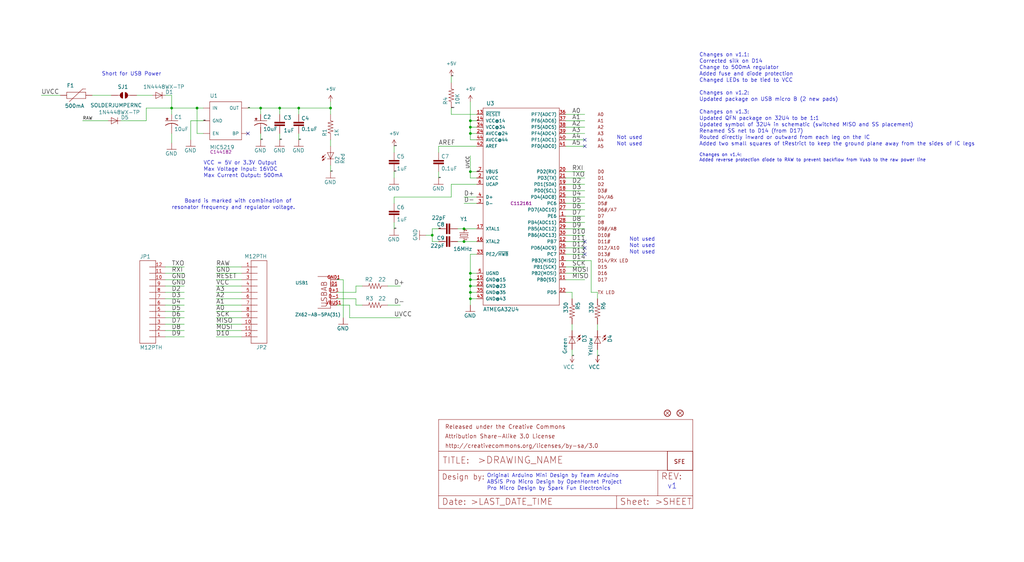
<source format=kicad_sch>
(kicad_sch (version 20231120) (generator "eeschema") (generator_version "8.0")
  (paper "User" 409.194 224.688)
  (lib_symbols
    (symbol "ABSIS_Pro_Micro-rescue:ATMEGA32U4OUTFAKES-SparkFun_Pro_Micro-eagle-import" (pin_names (offset 1.016))
      (property "Value" "ATMEGA32U4OUTFAKES-SparkFun_Pro_Micro-eagle-import" (at -15.24 -43.18 0))
      (symbol "ATMEGA32U4OUTFAKES-SparkFun_Pro_Micro-eagle-import_1_0"
        (text "A0" (at 30.48 34.798 0) (effects (font (size 1.2954 1.2954)) (justify left bottom)))
        (text "A1" (at 30.48 32.258 0) (effects (font (size 1.2954 1.2954)) (justify left bottom)))
        (text "A2" (at 30.48 29.718 0) (effects (font (size 1.2954 1.2954)) (justify left bottom)))
        (text "A3" (at 30.48 27.178 0) (effects (font (size 1.2954 1.2954)) (justify left bottom)))
        (text "A4" (at 30.48 24.638 0) (effects (font (size 1.2954 1.2954)) (justify left bottom)))
        (text "A5" (at 30.48 22.098 0) (effects (font (size 1.2954 1.2954)) (justify left bottom)))
        (text "D0" (at 30.48 11.938 0) (effects (font (size 1.2954 1.2954)) (justify left bottom)))
        (text "D1" (at 30.48 9.398 0) (effects (font (size 1.2954 1.2954)) (justify left bottom)))
        (text "D10#" (at 30.48 -13.462 0) (effects (font (size 1.2954 1.2954)) (justify left bottom)))
        (text "D11#" (at 30.48 -16.002 0) (effects (font (size 1.2954 1.2954)) (justify left bottom)))
        (text "D12/A10" (at 30.48 -18.542 0) (effects (font (size 1.2954 1.2954)) (justify left bottom)))
        (text "D13#" (at 30.48 -21.082 0) (effects (font (size 1.2954 1.2954)) (justify left bottom)))
        (text "D14/RX LED" (at 30.48 -23.622 0) (effects (font (size 1.2954 1.2954)) (justify left bottom)))
        (text "D15" (at 30.48 -26.162 0) (effects (font (size 1.2954 1.2954)) (justify left bottom)))
        (text "D16" (at 30.48 -28.702 0) (effects (font (size 1.2954 1.2954)) (justify left bottom)))
        (text "D17" (at 30.48 -31.242 0) (effects (font (size 1.2954 1.2954)) (justify left bottom)))
        (text "D2" (at 30.48 6.858 0) (effects (font (size 1.2954 1.2954)) (justify left bottom)))
        (text "D3#" (at 30.48 4.318 0) (effects (font (size 1.2954 1.2954)) (justify left bottom)))
        (text "D4/A6" (at 30.48 1.778 0) (effects (font (size 1.2954 1.2954)) (justify left bottom)))
        (text "D5#" (at 30.48 -0.762 0) (effects (font (size 1.2954 1.2954)) (justify left bottom)))
        (text "D6#/A7" (at 30.48 -3.302 0) (effects (font (size 1.2954 1.2954)) (justify left bottom)))
        (text "D7" (at 30.48 -5.842 0) (effects (font (size 1.2954 1.2954)) (justify left bottom)))
        (text "D8" (at 30.48 -8.382 0) (effects (font (size 1.2954 1.2954)) (justify left bottom)))
        (text "D9#/A8" (at 30.48 -10.922 0) (effects (font (size 1.2954 1.2954)) (justify left bottom)))
        (text "TX LED" (at 30.48 -36.322 0) (effects (font (size 1.2954 1.2954)) (justify left bottom)))
        (pin bidirectional line (at 17.78 -5.08 180) (length 2.54) (name "PE6") (number "1"))
        (pin bidirectional line (at 17.78 -27.94 180) (length 2.54) (name "PB2(MOSI)") (number "10"))
        (pin bidirectional line (at 17.78 -30.48 180) (length 2.54) (name "PB0(SS)") (number "11"))
        (pin bidirectional line (at 17.78 -15.24 180) (length 2.54) (name "PB7") (number "12"))
        (pin bidirectional line (at -17.78 35.56 0) (length 2.54) (name "~{RESET}") (number "13"))
        (pin bidirectional line (at -17.78 33.02 0) (length 2.54) (name "VCC@14") (number "14"))
        (pin bidirectional line (at -17.78 -30.48 0) (length 2.54) (name "GND@15") (number "15"))
        (pin bidirectional line (at -17.78 -15.24 0) (length 2.54) (name "XTAL2") (number "16"))
        (pin bidirectional line (at -17.78 -10.16 0) (length 2.54) (name "XTAL1") (number "17"))
        (pin bidirectional line (at 17.78 5.08 180) (length 2.54) (name "PD0(SCL)") (number "18"))
        (pin bidirectional line (at 17.78 7.62 180) (length 2.54) (name "PD1(SDA)") (number "19"))
        (pin bidirectional line (at -17.78 10.16 0) (length 2.54) (name "UVCC") (number "2"))
        (pin bidirectional line (at 17.78 12.7 180) (length 2.54) (name "PD2(RX)") (number "20"))
        (pin bidirectional line (at 17.78 10.16 180) (length 2.54) (name "PD3(TX)") (number "21"))
        (pin bidirectional line (at 17.78 -35.56 180) (length 2.54) (name "PD5") (number "22"))
        (pin bidirectional line (at -17.78 -33.02 0) (length 2.54) (name "GND@23") (number "23"))
        (pin bidirectional line (at -17.78 27.94 0) (length 2.54) (name "AVCC@24") (number "24"))
        (pin bidirectional line (at 17.78 2.54 180) (length 2.54) (name "PD4(ADC8)") (number "25"))
        (pin bidirectional line (at 17.78 -17.78 180) (length 2.54) (name "PD6(ADC9)") (number "26"))
        (pin bidirectional line (at 17.78 -2.54 180) (length 2.54) (name "PD7(ADC10)") (number "27"))
        (pin bidirectional line (at 17.78 -7.62 180) (length 2.54) (name "PB4(ADC11)") (number "28"))
        (pin bidirectional line (at 17.78 -10.16 180) (length 2.54) (name "PB5(ADC12)") (number "29"))
        (pin bidirectional line (at -17.78 0 0) (length 2.54) (name "D-") (number "3"))
        (pin bidirectional line (at 17.78 -12.7 180) (length 2.54) (name "PB6(ADC13)") (number "30"))
        (pin bidirectional line (at 17.78 0 180) (length 2.54) (name "PC6") (number "31"))
        (pin bidirectional line (at 17.78 -20.32 180) (length 2.54) (name "PC7") (number "32"))
        (pin bidirectional line (at -17.78 -20.32 0) (length 2.54) (name "PE2/~{HWB}") (number "33"))
        (pin bidirectional line (at -17.78 30.48 0) (length 2.54) (name "VCC@34") (number "34"))
        (pin bidirectional line (at -17.78 -35.56 0) (length 2.54) (name "GND@35") (number "35"))
        (pin bidirectional line (at 17.78 35.56 180) (length 2.54) (name "PF7(ADC7)") (number "36"))
        (pin bidirectional line (at 17.78 33.02 180) (length 2.54) (name "PF6(ADC6)") (number "37"))
        (pin bidirectional line (at 17.78 30.48 180) (length 2.54) (name "PF5(ADC5)") (number "38"))
        (pin bidirectional line (at 17.78 27.94 180) (length 2.54) (name "PF4(ADC4)") (number "39"))
        (pin bidirectional line (at -17.78 2.54 0) (length 2.54) (name "D+") (number "4"))
        (pin bidirectional line (at 17.78 25.4 180) (length 2.54) (name "PF1(ADC1)") (number "40"))
        (pin bidirectional line (at 17.78 22.86 180) (length 2.54) (name "PF0(ADC0)") (number "41"))
        (pin bidirectional line (at -17.78 22.86 0) (length 2.54) (name "AREF") (number "42"))
        (pin bidirectional line (at -17.78 -38.1 0) (length 2.54) (name "GND@43") (number "43"))
        (pin bidirectional line (at -17.78 25.4 0) (length 2.54) (name "AVCC@44") (number "44"))
        (pin bidirectional line (at -17.78 -27.94 0) (length 2.54) (name "UGND") (number "5"))
        (pin bidirectional line (at -17.78 7.62 0) (length 2.54) (name "UCAP") (number "6"))
        (pin bidirectional line (at -17.78 12.7 0) (length 2.54) (name "VBUS") (number "7"))
        (pin bidirectional line (at 17.78 -22.86 180) (length 2.54) (name "PB3(MISO)") (number "8"))
        (pin bidirectional line (at 17.78 -25.4 180) (length 2.54) (name "PB1(SCK)") (number "9"))
      )
    )
    (symbol "ABSIS_Pro_Micro-rescue:CAP0603-CAP-SparkFun_Pro_Micro-eagle-import" (pin_names (offset 1.016))
      (property "Reference" "C" (at 1.524 2.921 0))
      (property "Value" "CAP0603-CAP-SparkFun_Pro_Micro-eagle-import" (at 1.524 -2.159 0))
      (symbol "CAP0603-CAP-SparkFun_Pro_Micro-eagle-import_1_0"
        (pin passive line (at 0 5.08 270) (length 2.54) (name "1") (number "1"))
        (pin passive line (at 0 -2.54 90) (length 2.54) (name "2") (number "2"))
      )
    )
    (symbol "ABSIS_Pro_Micro-rescue:CAP_POL1206-SparkFun_Pro_Micro-eagle-import" (pin_names (offset 1.016))
      (property "Reference" "C" (at 1.016 0.635 0))
      (property "Value" "CAP_POL1206-SparkFun_Pro_Micro-eagle-import" (at 1.016 -4.191 0))
      (symbol "CAP_POL1206-SparkFun_Pro_Micro-eagle-import_1_0"
        (pin passive line (at 0 2.54 270) (length 2.54) (name "+") (number "A"))
        (pin passive line (at 0 -5.08 90) (length 2.54) (name "-") (number "C"))
      )
    )
    (symbol "ABSIS_Pro_Micro-rescue:CRYSTAL5X3-SparkFun_Pro_Micro-eagle-import" (pin_names (offset 1.016))
      (property "Reference" "Y" (at 2.54 1.016 0))
      (property "Value" "CRYSTAL5X3-SparkFun_Pro_Micro-eagle-import" (at 2.54 -2.54 0))
      (symbol "CRYSTAL5X3-SparkFun_Pro_Micro-eagle-import_1_0"
        (text "1" (at -2.159 -1.143 0) (effects (font (size 0.7112 0.7112)) (justify left bottom)))
        (text "2" (at 1.524 -1.143 0) (effects (font (size 0.7112 0.7112)) (justify left bottom)))
        (pin passive line (at -2.54 0 0) (length 0) (name "1") (number "1"))
        (pin passive line (at 2.54 0 180) (length 0) (name "2") (number "3"))
      )
    )
    (symbol "ABSIS_Pro_Micro-rescue:DIODESOD-SparkFun_Pro_Micro-eagle-import" (pin_names (offset 1.016))
      (property "Reference" "D" (at 2.54 0.4826 0))
      (property "Value" "DIODESOD-SparkFun_Pro_Micro-eagle-import" (at 2.54 -2.3114 0))
      (symbol "DIODESOD-SparkFun_Pro_Micro-eagle-import_1_0"
        (pin passive line (at 2.54 0 180) (length 2.54) (name "C") (number "1"))
        (pin passive line (at -2.54 0 0) (length 2.54) (name "A") (number "2"))
      )
    )
    (symbol "ABSIS_Pro_Micro-rescue:FIDUCIALUFIDUCIAL-SparkFun_Pro_Micro-eagle-import" (pin_names (offset 1.016)))
    (symbol "ABSIS_Pro_Micro-rescue:FRAME-LETTER-SparkFun_Pro_Micro-eagle-import" (pin_names (offset 1.016))
      (symbol "FRAME-LETTER-SparkFun_Pro_Micro-eagle-import_2_0"
        (text ">DRAWING_NAME" (at 15.494 17.78 0) (effects (font (size 2.7432 2.7432)) (justify left bottom)))
        (text ">LAST_DATE_TIME" (at 12.7 1.27 0) (effects (font (size 2.54 2.54)) (justify left bottom)))
        (text ">SHEET" (at 86.36 1.27 0) (effects (font (size 2.54 2.54)) (justify left bottom)))
        (text "Attribution Share-Alike 3.0 License" (at 2.54 27.94 0) (effects (font (size 1.6256 1.6256)) (justify left bottom)))
        (text "Date:" (at 1.27 1.27 0) (effects (font (size 2.54 2.54)) (justify left bottom)))
        (text "Design by:" (at 1.27 11.43 0) (effects (font (size 2.159 2.159)) (justify left bottom)))
        (text "http://creativecommons.org/licenses/by-sa/3.0" (at 2.54 24.13 0) (effects (font (size 1.6256 1.6256)) (justify left bottom)))
        (text "Released under the Creative Commons" (at 2.54 31.75 0) (effects (font (size 1.6256 1.6256)) (justify left bottom)))
        (text "REV:" (at 88.9 11.43 0) (effects (font (size 2.54 2.54)) (justify left bottom)))
        (text "Sheet:" (at 72.39 1.27 0) (effects (font (size 2.54 2.54)) (justify left bottom)))
        (text "TITLE:" (at 1.524 17.78 0) (effects (font (size 2.54 2.54)) (justify left bottom)))
      )
    )
    (symbol "ABSIS_Pro_Micro-rescue:GND-SparkFun_Pro_Micro-eagle-import" (power) (pin_names (offset 1.016))
      (property "Value" "GND-SparkFun_Pro_Micro-eagle-import" (at -2.54 -2.54 0))
      (symbol "GND-SparkFun_Pro_Micro-eagle-import_1_0"
        (pin power_in line (at 0 2.54 270) (length 2.54) (name "GND") (number "1"))
      )
    )
    (symbol "ABSIS_Pro_Micro-rescue:LED0603-SparkFun_Pro_Micro-eagle-import" (pin_names (offset 1.016))
      (property "Reference" "LED" (at 3.556 -4.572 90))
      (property "Value" "LED0603-SparkFun_Pro_Micro-eagle-import" (at 5.715 -4.572 90))
      (symbol "LED0603-SparkFun_Pro_Micro-eagle-import_1_0"
        (pin passive line (at 0 2.54 270) (length 2.54) (name "A") (number "A"))
        (pin passive line (at 0 -5.08 90) (length 2.54) (name "C") (number "C"))
      )
    )
    (symbol "ABSIS_Pro_Micro-rescue:LOGO-SFENEW-SparkFun_Pro_Micro-eagle-import" (pin_names (offset 1.016))
      (symbol "LOGO-SFENEW-SparkFun_Pro_Micro-eagle-import_1_0"
        (text "SFE" (at 0 0 0) (effects (font (size 1.6256 1.6256)) (justify left bottom)))
      )
    )
    (symbol "ABSIS_Pro_Micro-rescue:LOGO-SFESK-SparkFun_Pro_Micro-eagle-import" (pin_names (offset 1.016))
      (symbol "LOGO-SFESK-SparkFun_Pro_Micro-eagle-import_1_0"
        (text "SFE" (at 0 0 0) (effects (font (size 1.6256 1.6256)) (justify left bottom)))
      )
    )
    (symbol "ABSIS_Pro_Micro-rescue:M12PTH-SparkFun_Pro_Micro-eagle-import" (pin_names (offset 1.016))
      (property "Reference" "JP" (at 0 16.002 0))
      (property "Value" "M12PTH-SparkFun_Pro_Micro-eagle-import" (at 0 -20.32 0))
      (symbol "M12PTH-SparkFun_Pro_Micro-eagle-import_1_0"
        (pin passive line (at 10.16 -15.24 180) (length 5.08) (name "1") (number "1"))
        (pin passive line (at 10.16 7.62 180) (length 5.08) (name "10") (number "10"))
        (pin passive line (at 10.16 10.16 180) (length 5.08) (name "11") (number "11"))
        (pin passive line (at 10.16 12.7 180) (length 5.08) (name "12") (number "12"))
        (pin passive line (at 10.16 -12.7 180) (length 5.08) (name "2") (number "2"))
        (pin passive line (at 10.16 -10.16 180) (length 5.08) (name "3") (number "3"))
        (pin passive line (at 10.16 -7.62 180) (length 5.08) (name "4") (number "4"))
        (pin passive line (at 10.16 -5.08 180) (length 5.08) (name "5") (number "5"))
        (pin passive line (at 10.16 -2.54 180) (length 5.08) (name "6") (number "6"))
        (pin passive line (at 10.16 0 180) (length 5.08) (name "7") (number "7"))
        (pin passive line (at 10.16 2.54 180) (length 5.08) (name "8") (number "8"))
        (pin passive line (at 10.16 5.08 180) (length 5.08) (name "9") (number "9"))
      )
    )
    (symbol "ABSIS_Pro_Micro-rescue:PTCSMD-SparkFun_Pro_Micro-eagle-import" (pin_names (offset 1.016))
      (property "Reference" "F" (at -2.54 3.048 0))
      (property "Value" "PTCSMD-SparkFun_Pro_Micro-eagle-import" (at -3.302 -5.08 0))
      (symbol "PTCSMD-SparkFun_Pro_Micro-eagle-import_1_0"
        (pin bidirectional line (at -5.08 0 0) (length 2.54) (name "1") (number "1"))
        (pin bidirectional line (at 7.62 0 180) (length 2.54) (name "2") (number "2"))
      )
    )
    (symbol "ABSIS_Pro_Micro-rescue:RESISTOR0603-RES-SparkFun_Pro_Micro-eagle-import" (pin_names (offset 1.016))
      (property "Reference" "R" (at -3.81 1.4986 0))
      (property "Value" "RESISTOR0603-RES-SparkFun_Pro_Micro-eagle-import" (at -3.81 -3.302 0))
      (symbol "RESISTOR0603-RES-SparkFun_Pro_Micro-eagle-import_1_0"
        (pin passive line (at -5.08 0 0) (length 2.54) (name "1") (number "1"))
        (pin passive line (at 5.08 0 180) (length 2.54) (name "2") (number "2"))
      )
    )
    (symbol "ABSIS_Pro_Micro-rescue:SOLDERJUMPERNC-SparkFun_Pro_Micro-eagle-import" (pin_names (offset 1.016))
      (property "Reference" "SJ" (at -2.54 2.54 0))
      (property "Value" "SOLDERJUMPERNC-SparkFun_Pro_Micro-eagle-import" (at -2.54 -5.08 0))
      (symbol "SOLDERJUMPERNC-SparkFun_Pro_Micro-eagle-import_1_0"
        (pin passive line (at -5.08 0 0) (length 2.54) (name "1") (number "1"))
        (pin passive line (at 5.08 0 180) (length 2.54) (name "2") (number "2"))
      )
    )
    (symbol "ABSIS_Pro_Micro-rescue:USB-ABIN&OUT-SparkFun_Pro_Micro-eagle-import" (pin_names (offset 1.016))
      (symbol "USB-ABIN&OUT-SparkFun_Pro_Micro-eagle-import_1_0"
        (text "USBAB" (at 1.27 -6.096 900) (effects (font (size 2.159 2.159)) (justify left bottom)))
        (pin bidirectional line (at -5.08 0 0) (length 2.54) (name "D+") (number "D+1"))
        (pin bidirectional line (at -5.08 -2.54 0) (length 2.54) (name "D-") (number "D-1"))
        (pin bidirectional line (at -5.08 5.08 0) (length 2.54) (name "GND") (number "GND1"))
        (pin bidirectional line (at -5.08 2.54 0) (length 2.54) (name "USBID") (number "ID1"))
        (pin bidirectional line (at -5.08 -5.08 0) (length 2.54) (name "VBUS") (number "VBUS1"))
      )
    )
    (symbol "ABSIS_Pro_Micro-rescue:VCC-SparkFun_Pro_Micro-eagle-import" (power) (pin_names (offset 1.016))
      (property "Value" "VCC-SparkFun_Pro_Micro-eagle-import" (at -1.016 3.556 0))
      (symbol "VCC-SparkFun_Pro_Micro-eagle-import_1_0"
        (pin power_in line (at 0 0 90) (length 2.54) (name "VCC") (number "1"))
      )
    )
    (symbol "ABSIS_Pro_Micro-rescue:V_REG_LDOSMD-SparkFun_Pro_Micro-eagle-import" (pin_names (offset 1.016))
      (property "Reference" "U" (at -7.62 9.144 0))
      (property "Value" "V_REG_LDOSMD-SparkFun_Pro_Micro-eagle-import" (at -7.62 -11.43 0))
      (symbol "V_REG_LDOSMD-SparkFun_Pro_Micro-eagle-import_1_0"
        (pin input line (at -10.16 5.08 0) (length 2.54) (name "IN") (number "1"))
        (pin input line (at -10.16 0 0) (length 2.54) (name "GND") (number "2"))
        (pin input line (at -10.16 -5.08 0) (length 2.54) (name "EN") (number "3"))
        (pin input line (at 7.62 -5.08 180) (length 2.54) (name "BP") (number "4"))
        (pin passive line (at 7.62 5.08 180) (length 2.54) (name "OUT") (number "5"))
      )
    )
    (symbol "power:+5V" (power) (pin_numbers hide) (pin_names (offset 0) hide)
      (property "Value" "+5V" (at 0 3.556 0))
      (symbol "+5V_1_1"
        (pin power_in line (at 0 0 90) (length 0) hide (name "+5V") (number "1"))
      )
    )
  )
  (junction (at 187.96 119.38))
  (junction (at 104.14 43.18))
  (junction (at 187.96 109.22))
  (junction (at 187.96 114.3))
  (junction (at 132.08 43.18))
  (junction (at 187.96 53.34))
  (junction (at 185.42 96.52))
  (junction (at 68.58 43.18))
  (junction (at 185.42 91.44))
  (junction (at 187.96 50.8))
  (junction (at 119.38 43.18))
  (junction (at 187.96 116.84))
  (junction (at 187.96 48.26))
  (junction (at 78.74 43.18))
  (junction (at 187.96 68.58))
  (junction (at 111.76 43.18))
  (junction (at 172.72 93.98))
  (junction (at 187.96 111.76))
  (no_connect (at 233.68 58.42))
  (no_connect (at 233.68 55.88))
  (no_connect (at 233.68 99.06))
  (no_connect (at 233.68 101.6))
  (no_connect (at 233.68 96.52))
  (no_connect (at 99.06 53.34))
  (wire (pts (xy 157.48 78.74) (xy 157.48 81.28)))
  (wire (pts (xy 236.22 104.14) (xy 236.22 116.84)))
  (wire (pts (xy 58.42 48.26) (xy 58.42 43.18)))
  (wire (pts (xy 187.96 114.3) (xy 187.96 116.84)))
  (wire (pts (xy 187.96 101.6) (xy 187.96 109.22)))
  (wire (pts (xy 180.34 30.48) (xy 180.34 33.02)))
  (wire (pts (xy 132.08 58.42) (xy 132.08 55.88)))
  (wire (pts (xy 134.62 116.84) (xy 142.24 116.84)))
  (wire (pts (xy 68.58 43.18) (xy 78.74 43.18)))
  (wire (pts (xy 175.26 91.44) (xy 172.72 91.44)))
  (wire (pts (xy 36.83 38.1) (xy 44.45 38.1)))
  (wire (pts (xy 190.5 91.44) (xy 185.42 91.44)))
  (wire (pts (xy 175.26 71.12) (xy 175.26 68.58)))
  (wire (pts (xy 66.04 106.68) (xy 73.66 106.68)))
  (wire (pts (xy 190.5 119.38) (xy 187.96 119.38)))
  (wire (pts (xy 226.06 58.42) (xy 233.68 58.42)))
  (wire (pts (xy 119.38 55.88) (xy 119.38 53.34)))
  (wire (pts (xy 190.5 96.52) (xy 185.42 96.52)))
  (wire (pts (xy 190.5 114.3) (xy 187.96 114.3)))
  (wire (pts (xy 104.14 43.18) (xy 111.76 43.18)))
  (wire (pts (xy 68.58 43.18) (xy 58.42 43.18)))
  (wire (pts (xy 142.24 114.3) (xy 144.78 114.3)))
  (wire (pts (xy 96.52 106.68) (xy 86.36 106.68)))
  (wire (pts (xy 66.04 119.38) (xy 73.66 119.38)))
  (wire (pts (xy 226.06 116.84) (xy 228.6 116.84)))
  (wire (pts (xy 228.6 142.24) (xy 228.6 139.7)))
  (wire (pts (xy 134.62 111.76) (xy 137.16 111.76)))
  (wire (pts (xy 76.2 48.26) (xy 76.2 55.88)))
  (wire (pts (xy 226.06 53.34) (xy 233.68 53.34)))
  (wire (pts (xy 190.5 116.84) (xy 187.96 116.84)))
  (wire (pts (xy 58.42 48.26) (xy 48.26 48.26)))
  (wire (pts (xy 139.7 127) (xy 160.02 127)))
  (wire (pts (xy 132.08 43.18) (xy 132.08 40.64)))
  (wire (pts (xy 238.76 142.24) (xy 238.76 139.7)))
  (wire (pts (xy 96.52 114.3) (xy 86.36 114.3)))
  (wire (pts (xy 180.34 78.74) (xy 157.48 78.74)))
  (wire (pts (xy 66.04 121.92) (xy 73.66 121.92)))
  (wire (pts (xy 226.06 111.76) (xy 233.68 111.76)))
  (wire (pts (xy 226.06 78.74) (xy 233.68 78.74)))
  (wire (pts (xy 132.08 43.18) (xy 132.08 45.72)))
  (wire (pts (xy 154.94 121.92) (xy 160.02 121.92)))
  (wire (pts (xy 175.26 58.42) (xy 175.26 60.96)))
  (wire (pts (xy 226.06 88.9) (xy 233.68 88.9)))
  (wire (pts (xy 180.34 43.18) (xy 180.34 45.72)))
  (wire (pts (xy 134.62 121.92) (xy 139.7 121.92)))
  (wire (pts (xy 157.48 68.58) (xy 157.48 71.12)))
  (wire (pts (xy 190.5 50.8) (xy 187.96 50.8)))
  (wire (pts (xy 154.94 114.3) (xy 160.02 114.3)))
  (wire (pts (xy 187.96 53.34) (xy 187.96 50.8)))
  (wire (pts (xy 226.06 91.44) (xy 233.68 91.44)))
  (wire (pts (xy 54.61 38.1) (xy 60.96 38.1)))
  (wire (pts (xy 185.42 96.52) (xy 182.88 96.52)))
  (wire (pts (xy 226.06 109.22) (xy 233.68 109.22)))
  (wire (pts (xy 226.06 83.82) (xy 233.68 83.82)))
  (wire (pts (xy 33.02 48.26) (xy 43.18 48.26)))
  (wire (pts (xy 190.5 73.66) (xy 180.34 73.66)))
  (wire (pts (xy 66.04 132.08) (xy 73.66 132.08)))
  (wire (pts (xy 172.72 93.98) (xy 172.72 96.52)))
  (wire (pts (xy 190.5 101.6) (xy 187.96 101.6)))
  (wire (pts (xy 119.38 45.72) (xy 119.38 43.18)))
  (wire (pts (xy 96.52 109.22) (xy 86.36 109.22)))
  (wire (pts (xy 96.52 121.92) (xy 86.36 121.92)))
  (wire (pts (xy 68.58 53.34) (xy 68.58 57.15)))
  (wire (pts (xy 142.24 121.92) (xy 144.78 121.92)))
  (wire (pts (xy 190.5 58.42) (xy 175.26 58.42)))
  (wire (pts (xy 226.06 50.8) (xy 233.68 50.8)))
  (wire (pts (xy 68.58 43.18) (xy 68.58 45.72)))
  (wire (pts (xy 170.18 93.98) (xy 172.72 93.98)))
  (wire (pts (xy 226.06 86.36) (xy 233.68 86.36)))
  (wire (pts (xy 66.04 134.62) (xy 73.66 134.62)))
  (wire (pts (xy 142.24 116.84) (xy 142.24 114.3)))
  (wire (pts (xy 226.06 96.52) (xy 233.68 96.52)))
  (wire (pts (xy 24.13 38.1) (xy 16.51 38.1)))
  (wire (pts (xy 96.52 116.84) (xy 86.36 116.84)))
  (wire (pts (xy 157.48 58.42) (xy 157.48 60.96)))
  (wire (pts (xy 134.62 119.38) (xy 142.24 119.38)))
  (wire (pts (xy 187.96 55.88) (xy 187.96 53.34)))
  (wire (pts (xy 228.6 132.08) (xy 228.6 129.54)))
  (wire (pts (xy 81.28 48.26) (xy 76.2 48.26)))
  (wire (pts (xy 78.74 43.18) (xy 81.28 43.18)))
  (wire (pts (xy 187.96 48.26) (xy 187.96 40.64)))
  (wire (pts (xy 119.38 43.18) (xy 132.08 43.18)))
  (wire (pts (xy 96.52 111.76) (xy 86.36 111.76)))
  (wire (pts (xy 157.48 91.44) (xy 157.48 88.9)))
  (wire (pts (xy 142.24 119.38) (xy 142.24 121.92)))
  (wire (pts (xy 66.04 114.3) (xy 73.66 114.3)))
  (wire (pts (xy 190.5 109.22) (xy 187.96 109.22)))
  (wire (pts (xy 190.5 78.74) (xy 185.42 78.74)))
  (wire (pts (xy 187.96 62.23) (xy 187.96 68.58)))
  (wire (pts (xy 180.34 73.66) (xy 180.34 78.74)))
  (wire (pts (xy 187.96 71.12) (xy 187.96 68.58)))
  (wire (pts (xy 187.96 116.84) (xy 187.96 119.38)))
  (wire (pts (xy 226.06 76.2) (xy 233.68 76.2)))
  (wire (pts (xy 190.5 53.34) (xy 187.96 53.34)))
  (wire (pts (xy 226.06 106.68) (xy 233.68 106.68)))
  (wire (pts (xy 226.06 104.14) (xy 236.22 104.14)))
  (wire (pts (xy 236.22 116.84) (xy 238.76 116.84)))
  (wire (pts (xy 104.14 55.88) (xy 104.14 53.34)))
  (wire (pts (xy 187.96 111.76) (xy 187.96 114.3)))
  (wire (pts (xy 238.76 132.08) (xy 238.76 129.54)))
  (wire (pts (xy 111.76 55.88) (xy 111.76 53.34)))
  (wire (pts (xy 187.96 109.22) (xy 187.96 111.76)))
  (wire (pts (xy 187.96 50.8) (xy 187.96 48.26)))
  (wire (pts (xy 226.06 71.12) (xy 233.68 71.12)))
  (wire (pts (xy 111.76 43.18) (xy 119.38 43.18)))
  (wire (pts (xy 66.04 111.76) (xy 73.66 111.76)))
  (wire (pts (xy 190.5 48.26) (xy 187.96 48.26)))
  (wire (pts (xy 68.58 43.18) (xy 68.58 38.1)))
  (wire (pts (xy 81.28 53.34) (xy 78.74 53.34)))
  (wire (pts (xy 139.7 121.92) (xy 139.7 127)))
  (wire (pts (xy 96.52 124.46) (xy 86.36 124.46)))
  (wire (pts (xy 68.58 38.1) (xy 66.04 38.1)))
  (wire (pts (xy 137.16 111.76) (xy 137.16 127)))
  (wire (pts (xy 190.5 68.58) (xy 187.96 68.58)))
  (wire (pts (xy 78.74 53.34) (xy 78.74 43.18)))
  (wire (pts (xy 238.76 116.84) (xy 238.76 119.38)))
  (wire (pts (xy 99.06 43.18) (xy 104.14 43.18)))
  (wire (pts (xy 96.52 134.62) (xy 86.36 134.62)))
  (wire (pts (xy 228.6 116.84) (xy 228.6 119.38)))
  (wire (pts (xy 66.04 124.46) (xy 73.66 124.46)))
  (wire (pts (xy 175.26 96.52) (xy 172.72 96.52)))
  (wire (pts (xy 190.5 111.76) (xy 187.96 111.76)))
  (wire (pts (xy 185.42 91.44) (xy 182.88 91.44)))
  (wire (pts (xy 132.08 68.58) (xy 132.08 66.04)))
  (wire (pts (xy 190.5 71.12) (xy 187.96 71.12)))
  (wire (pts (xy 66.04 127) (xy 73.66 127)))
  (wire (pts (xy 172.72 91.44) (xy 172.72 93.98)))
  (wire (pts (xy 226.06 55.88) (xy 233.68 55.88)))
  (wire (pts (xy 96.52 119.38) (xy 86.36 119.38)))
  (wire (pts (xy 226.06 99.06) (xy 233.68 99.06)))
  (wire (pts (xy 226.06 81.28) (xy 233.68 81.28)))
  (wire (pts (xy 111.76 43.18) (xy 111.76 45.72)))
  (wire (pts (xy 66.04 109.22) (xy 73.66 109.22)))
  (wire (pts (xy 226.06 93.98) (xy 233.68 93.98)))
  (wire (pts (xy 226.06 48.26) (xy 233.68 48.26)))
  (wire (pts (xy 226.06 68.58) (xy 233.68 68.58)))
  (wire (pts (xy 226.06 73.66) (xy 233.68 73.66)))
  (wire (pts (xy 226.06 45.72) (xy 233.68 45.72)))
  (wire (pts (xy 96.52 132.08) (xy 86.36 132.08)))
  (wire (pts (xy 104.14 43.18) (xy 104.14 45.72)))
  (wire (pts (xy 190.5 45.72) (xy 180.34 45.72)))
  (wire (pts (xy 66.04 129.54) (xy 73.66 129.54)))
  (wire (pts (xy 96.52 129.54) (xy 86.36 129.54)))
  (wire (pts (xy 66.04 116.84) (xy 73.66 116.84)))
  (wire (pts (xy 190.5 55.88) (xy 187.96 55.88)))
  (wire (pts (xy 190.5 81.28) (xy 185.42 81.28)))
  (wire (pts (xy 187.96 119.38) (xy 187.96 121.92)))
  (wire (pts (xy 226.06 101.6) (xy 233.68 101.6)))
  (wire (pts (xy 96.52 127) (xy 86.36 127)))
  (text "Original Arduino Mini Design by Team Arduino" (at 194.564 191.008 0) (effects (font (size 1.4986 1.4986)) (justify left bottom)))
  (text "Not used" (at 246.38 55.88 0) (effects (font (size 1.4986 1.4986)) (justify left bottom)))
  (text "ABSIS Pro Micro Design by OpenHornet Project" (at 194.564 193.548 0) (effects (font (size 1.4986 1.4986)) (justify left bottom)))
  (text "Pro Micro Design by Spark Fun Electronics" (at 194.564 196.088 0) (effects (font (size 1.4986 1.4986)) (justify left bottom)))
  (text "Updated QFN package on 32U4 to be 1:1" (at 279.4 48.26 0) (effects (font (size 1.4986 1.4986)) (justify left bottom)))
  (text "Not used" (at 251.46 101.6 0) (effects (font (size 1.4986 1.4986)) (justify left bottom)))
  (text "Changes on v1.4:\nAdded reverse protection diode to RAW to prevent backflow from Vusb to the raw power line" (at 279.4 64.77 0) (effects (font (size 1.27 1.27)) (justify left bottom)))
  (text "Short for USB Power" (at 40.64 30.48 0) (effects (font (size 1.4986 1.4986)) (justify left bottom)))
  (text "Updated package on USB micro B (2 new pads)" (at 279.4 40.64 0) (effects (font (size 1.4986 1.4986)) (justify left bottom)))
  (text "Not used" (at 251.46 99.06 0) (effects (font (size 1.4986 1.4986)) (justify left bottom)))
  (text "Updated symbol of 32U4 in schematic (switched MISO and SS placement)" (at 279.4 50.8 0) (effects (font (size 1.4986 1.4986)) (justify left bottom)))
  (text "Board is marked with combination of" (at 73.66 81.28 0) (effects (font (size 1.4986 1.4986)) (justify left bottom)))
  (text "Changes on v1.3:" (at 279.4 45.72 0) (effects (font (size 1.4986 1.4986)) (justify left bottom)))
  (text "Max Voltage Input: 16VDC" (at 81.28 68.58 0) (effects (font (size 1.4986 1.4986)) (justify left bottom)))
  (text "Routed directly inward or outward from each leg on the IC" (at 279.4 55.88 0) (effects (font (size 1.4986 1.4986)) (justify left bottom)))
  (text "Max Current Output: 500mA" (at 81.28 71.12 0) (effects (font (size 1.4986 1.4986)) (justify left bottom)))
  (text "resonator frequency and regulator voltage." (at 68.58 83.82 0) (effects (font (size 1.4986 1.4986)) (justify left bottom)))
  (text "Changes on v1.2:" (at 279.4 38.1 0) (effects (font (size 1.4986 1.4986)) (justify left bottom)))
  (text "Change to 500mA regulator" (at 279.4 27.94 0) (effects (font (size 1.4986 1.4986)) (justify left bottom)))
  (text "Added fuse and diode protection" (at 279.4 30.48 0) (effects (font (size 1.4986 1.4986)) (justify left bottom)))
  (text "Changes on v1.1:" (at 279.4 22.86 0) (effects (font (size 1.4986 1.4986)) (justify left bottom)))
  (text "v1" (at 266.7 195.58 0) (effects (font (size 2.159 2.159)) (justify left bottom)))
  (text "Renamed SS net to D14 (from D17)" (at 279.4 53.34 0) (effects (font (size 1.4986 1.4986)) (justify left bottom)))
  (text "Changed LEDs to be tied to VCC" (at 279.4 33.02 0) (effects (font (size 1.4986 1.4986)) (justify left bottom)))
  (text "Not used" (at 246.38 58.42 0) (effects (font (size 1.4986 1.4986)) (justify left bottom)))
  (text "Not used" (at 251.46 96.52 0) (effects (font (size 1.4986 1.4986)) (justify left bottom)))
  (text "Added two small squares of tRestrict to keep the ground plane away from the sides of IC legs" (at 279.4 58.42 0) (effects (font (size 1.4986 1.4986)) (justify left bottom)))
  (text "VCC = 5V or 3.3V Output" (at 81.28 66.04 0) (effects (font (size 1.4986 1.4986)) (justify left bottom)))
  (text "Corrected silk on D14" (at 279.4 25.4 0) (effects (font (size 1.4986 1.4986)) (justify left bottom)))
  (label "A1" (at 228.6 48.26 0) (effects (font (size 1.778 1.778))))
  (label "D7" (at 228.6 86.36 0) (effects (font (size 1.778 1.778))))
  (label "MOSI" (at 228.6 109.22 0) (effects (font (size 1.778 1.778))))
  (label "MISO" (at 228.6 111.76 0) (effects (font (size 1.778 1.778))))
  (label "AREF" (at 175.26 58.42 0) (effects (font (size 1.778 1.778))))
  (label "GND" (at 104.14 55.88 0) (effects (font (size 0.254 0.254))))
  (label "A4" (at 228.6 55.88 0) (effects (font (size 1.778 1.778))))
  (label "D8" (at 68.58 132.08 0) (effects (font (size 1.778 1.778))))
  (label "D5" (at 68.58 124.46 0) (effects (font (size 1.778 1.778))))
  (label "A1" (at 86.36 121.92 0) (effects (font (size 1.778 1.778))))
  (label "D10" (at 228.6 93.98 0) (effects (font (size 1.778 1.778))))
  (label "RESET" (at 86.36 111.76 0) (effects (font (size 1.778 1.778))))
  (label "D11" (at 228.6 96.52 0) (effects (font (size 1.778 1.778))))
  (label "GND" (at 81.28 48.26 0) (effects (font (size 0.254 0.254))))
  (label "TXO" (at 228.6 71.12 0) (effects (font (size 1.778 1.778))))
  (label "A0" (at 86.36 124.46 0) (effects (font (size 1.778 1.778))))
  (label "RAW" (at 33.02 48.26 0))
  (label "D4" (at 228.6 78.74 0) (effects (font (size 1.778 1.778))))
  (label "UVCC" (at 157.48 58.42 0) (effects (font (size 0.254 0.254))))
  (label "GND" (at 68.58 111.76 0) (effects (font (size 1.778 1.778))))
  (label "MOSI" (at 86.36 132.08 0) (effects (font (size 1.778 1.778))))
  (label "D2" (at 228.6 73.66 0) (effects (font (size 1.778 1.778))))
  (label "GND" (at 175.26 71.12 0) (effects (font (size 0.254 0.254))))
  (label "A5" (at 228.6 58.42 0) (effects (font (size 1.778 1.778))))
  (label "D8" (at 228.6 88.9 0) (effects (font (size 1.778 1.778))))
  (label "D2" (at 68.58 116.84 0) (effects (font (size 1.778 1.778))))
  (label "A0" (at 228.6 45.72 0) (effects (font (size 1.778 1.778))))
  (label "SCK" (at 86.36 127 0) (effects (font (size 1.778 1.778))))
  (label "D6" (at 68.58 127 0) (effects (font (size 1.778 1.778))))
  (label "D9" (at 228.6 91.44 0) (effects (font (size 1.778 1.778))))
  (label "D10" (at 86.36 134.62 0) (effects (font (size 1.778 1.778))))
  (label "D-" (at 157.48 121.92 0) (effects (font (size 1.778 1.778))))
  (label "VCC" (at 99.06 43.18 0) (effects (font (size 0.254 0.254))))
  (label "GND" (at 68.58 114.3 0) (effects (font (size 1.778 1.778))))
  (label "UVCC" (at 187.96 62.23 270))
  (label "GND" (at 86.36 109.22 0) (effects (font (size 1.778 1.778))))
  (label "D4" (at 68.58 121.92 0) (effects (font (size 1.778 1.778))))
  (label "RXI" (at 68.58 109.22 0) (effects (font (size 1.778 1.778))))
  (label "UVCC" (at 190.5 68.58 0) (effects (font (size 0.254 0.254))))
  (label "D14" (at 228.6 104.14 0) (effects (font (size 1.778 1.778))))
  (label "A3" (at 86.36 116.84 0) (effects (font (size 1.778 1.778))))
  (label "GND" (at 134.62 111.76 0) (effects (font (size 0.254 0.254))))
  (label "D6" (at 228.6 83.82 0) (effects (font (size 1.778 1.778))))
  (label "D-" (at 185.42 81.28 0) (effects (font (size 1.778 1.778))))
  (label "D13" (at 228.6 101.6 0) (effects (font (size 1.778 1.778))))
  (label "VCC" (at 228.6 142.24 0) (effects (font (size 0.254 0.254))))
  (label "A2" (at 228.6 50.8 0) (effects (font (size 1.778 1.778))))
  (label "GND" (at 157.48 68.58 0) (effects (font (size 0.254 0.254))))
  (label "D7" (at 68.58 129.54 0) (effects (font (size 1.778 1.778))))
  (label "GND" (at 175.26 91.44 0) (effects (font (size 0.254 0.254))))
  (label "RESET" (at 180.34 43.18 0) (effects (font (size 0.254 0.254))))
  (label "VCC" (at 238.76 142.24 0) (effects (font (size 0.254 0.254))))
  (label "D9" (at 68.58 134.62 0) (effects (font (size 1.778 1.778))))
  (label "VCC" (at 86.36 114.3 0) (effects (font (size 1.778 1.778))))
  (label "D+" (at 185.42 78.74 0) (effects (font (size 1.778 1.778))))
  (label "A3" (at 228.6 53.34 0) (effects (font (size 1.778 1.778))))
  (label "GND" (at 190.5 111.76 0) (effects (font (size 0.254 0.254))))
  (label "A2" (at 86.36 119.38 0) (effects (font (size 1.778 1.778))))
  (label "D3" (at 228.6 76.2 0) (effects (font (size 1.778 1.778))))
  (label "D3" (at 68.58 119.38 0) (effects (font (size 1.778 1.778))))
  (label "GND" (at 119.38 55.88 0) (effects (font (size 0.254 0.254))))
  (label "RAW" (at 86.36 106.68 0) (effects (font (size 1.778 1.778))))
  (label "UVCC" (at 157.48 127 0) (effects (font (size 1.778 1.778))))
  (label "GND" (at 157.48 91.44 0) (effects (font (size 0.254 0.254))))
  (label "SCK" (at 228.6 106.68 0) (effects (font (size 1.778 1.778))))
  (label "UVCC" (at 16.51 38.1 0) (effects (font (size 1.778 1.778))))
  (label "D5" (at 228.6 81.28 0) (effects (font (size 1.778 1.778))))
  (label "GND" (at 111.76 55.88 0) (effects (font (size 0.254 0.254))))
  (label "D+" (at 157.48 114.3 0) (effects (font (size 1.778 1.778))))
  (label "TXO" (at 68.58 106.68 0) (effects (font (size 1.778 1.778))))
  (label "VCC" (at 180.34 30.48 0) (effects (font (size 0.254 0.254))))
  (label "GND" (at 132.08 68.58 0) (effects (font (size 0.254 0.254))))
  (label "D12" (at 228.6 99.06 0) (effects (font (size 1.778 1.778))))
  (label "MISO" (at 86.36 129.54 0) (effects (font (size 1.778 1.778))))
  (label "RXI" (at 228.6 68.58 0) (effects (font (size 1.778 1.778))))
  (label "VCC" (at 190.5 48.26 0) (effects (font (size 0.254 0.254))))
  (symbol (lib_id "ABSIS_Pro_Micro-rescue:RESISTOR0603-RES-SparkFun_Pro_Micro-eagle-import") (at 238.76 124.46 270) (unit 1)
    (property "Reference" "R6" (at 240.2586 120.65 0) (effects (font (size 1.4986 1.4986)) (justify left bottom)))
    (property "Value" "330" (at 235.458 120.65 0) (effects (font (size 1.4986 1.4986)) (justify left bottom)))
    (property "Footprint" "SparkFun_Pro_Micro:0603-RES" (effects (hide yes)))
    (property "Datasheet" "https://datasheet.lcsc.com/lcsc/1810132111_YAGEO-RC0603FR-07330RL_C105881.pdf" (effects (hide yes)))
    (property "Package" "0603" (effects (hide yes)))
    (property "LCSC" "C105881" (effects (hide yes)))
  )
  (symbol (lib_id "ABSIS_Pro_Micro-rescue:CRYSTAL5X3-SparkFun_Pro_Micro-eagle-import") (at 185.42 93.98 90) (unit 1)
    (property "Reference" "Y1" (at 183.896 88.392 90) (effects (font (size 1.4986 1.4986)) (justify right top)))
    (property "Value" "16MHz" (at 181.102 100.33 90) (effects (font (size 1.4986 1.4986)) (justify right top)))
    (property "Footprint" "SparkFun_Pro_Micro:CRYSTAL-SMD-5X3" (effects (hide yes)))
    (property "Datasheet" "https://datasheet.lcsc.com/lcsc/1912111437_TAE-Zhejiang-Abel-Elec-TXM16M0004503LDCDO00T_C362491.pdf" (effects (hide yes)))
    (property "Package" "SMD-4P,3.2x5mm" (effects (hide yes)))
    (property "LCSC" " C362491" (effects (hide yes)))
  )
  (symbol (lib_id "ABSIS_Pro_Micro-rescue:CAP0603-CAP-SparkFun_Pro_Micro-eagle-import") (at 111.76 50.8 0) (unit 1)
    (property "Reference" "C3" (at 113.284 47.879 0) (effects (font (size 1.4986 1.4986)) (justify left bottom)))
    (property "Value" "1uF" (at 113.284 52.959 0) (effects (font (size 1.4986 1.4986)) (justify left bottom)))
    (property "Footprint" "Capacitor_SMD:C_0603_1608Metric" (effects (hide yes)))
    (property "Package" "0603" (effects (hide yes)))
    (property "LCSC" "C1592" (effects (hide yes)))
  )
  (symbol (lib_id "ABSIS_Pro_Micro-rescue:FIDUCIALUFIDUCIAL-SparkFun_Pro_Micro-eagle-import") (at 266.7 165.1 0) (unit 1)
    (property "Reference" "JP3" (effects (hide yes)))
    (property "Value" "FIDUCIALUFIDUCIAL" (effects (hide yes)))
    (property "Footprint" "SparkFun_Pro_Micro:MICRO-FIDUCIAL" (effects (hide yes)))
  )
  (symbol (lib_id "ABSIS_Pro_Micro-rescue:DIODESOD-SparkFun_Pro_Micro-eagle-import") (at 63.5 38.1 0) (unit 1)
    (property "Reference" "D1" (at 66.04 37.6174 0) (effects (font (size 1.4986 1.4986)) (justify left bottom)))
    (property "Value" "1N4448WX-TP" (at 57.15 35.56 0) (effects (font (size 1.4986 1.4986)) (justify left bottom)))
    (property "Footprint" "SparkFun_Pro_Micro:SOD-323" (effects (hide yes)))
    (property "Datasheet" "https://datasheet.lcsc.com/lcsc/2109061630_YONGYUTAI-1N4448WS_C2892573.pdf" (effects (hide yes)))
    (property "Package" "SOD-323" (effects (hide yes)))
    (property "LCSC" "C2892573" (effects (hide yes)))
  )
  (symbol (lib_id "ABSIS_Pro_Micro-rescue:RESISTOR0603-RES-SparkFun_Pro_Micro-eagle-import") (at 180.34 38.1 90) (unit 1)
    (property "Reference" "R4" (at 178.8414 41.91 0) (effects (font (size 1.4986 1.4986)) (justify left bottom)))
    (property "Value" "10K" (at 183.642 41.91 0) (effects (font (size 1.4986 1.4986)) (justify left bottom)))
    (property "Footprint" "SparkFun_Pro_Micro:0603-RES" (effects (hide yes)))
    (property "Datasheet" "https://datasheet.lcsc.com/lcsc/1811101934_YAGEO-RC0603FR-0710KL_C98220.pdf" (effects (hide yes)))
    (property "Package" "0603" (effects (hide yes)))
    (property "LCSC" "C98220" (effects (hide yes)))
  )
  (symbol (lib_id "ABSIS_Pro_Micro-rescue:GND-SparkFun_Pro_Micro-eagle-import") (at 167.64 93.98 270) (unit 1)
    (property "Reference" "#GND010" (effects (hide yes)))
    (property "Value" "GND" (at 165.1 91.44 0) (effects (font (size 1.4986 1.4986)) (justify left bottom)))
  )
  (symbol (lib_id "ABSIS_Pro_Micro-rescue:ATMEGA32U4OUTFAKES-SparkFun_Pro_Micro-eagle-import") (at 208.28 81.28 0) (unit 1)
    (property "Reference" "U3" (at 194.31 42.164 0) (effects (font (size 1.4986 1.4986)) (justify left bottom)))
    (property "Value" "ATMEGA32U4" (at 193.04 124.46 0) (effects (font (size 1.4986 1.4986)) (justify left bottom)))
    (property "Footprint" "SparkFun_Pro_Micro:QFN-44-NOPAD_1_1-OUTFAKES" (effects (hide yes)))
    (property "Datasheet" "https://ww1.microchip.com/downloads/en/devicedoc/atmel-7766-8-bit-avr-atmega16u4-32u4_datasheet.pdf" (effects (hide yes)))
    (property "Package" "QFN44" (effects (hide yes)))
    (property "LCSC" "C112161" (at 208.28 81.28 0))
  )
  (symbol (lib_id "ABSIS_Pro_Micro-rescue:RESISTOR0603-RES-SparkFun_Pro_Micro-eagle-import") (at 149.86 114.3 180) (unit 1)
    (property "Reference" "R2" (at 145.796 112.522 0) (effects (font (size 1.4986 1.4986)) (justify right top)))
    (property "Value" "22" (at 151.13 112.522 0) (effects (font (size 1.4986 1.4986)) (justify right top)))
    (property "Footprint" "SparkFun_Pro_Micro:0603-RES" (effects (hide yes)))
    (property "Datasheet" "https://datasheet.lcsc.com/lcsc/2206010100_UNI-ROYAL-Uniroyal-Elec-0603WAF220JT5E_C23345.pdf" (effects (hide yes)))
    (property "Package" "0602" (effects (hide yes)))
    (property "LCSC" "C23345" (effects (hide yes)))
  )
  (symbol (lib_id "ABSIS_Pro_Micro-rescue:LED0603-SparkFun_Pro_Micro-eagle-import") (at 132.08 60.96 0) (unit 1)
    (property "Reference" "D2" (at 135.636 65.532 90) (effects (font (size 1.4986 1.4986)) (justify left bottom)))
    (property "Value" "Red" (at 137.795 65.532 90) (effects (font (size 1.4986 1.4986)) (justify left bottom)))
    (property "Footprint" "SparkFun_Pro_Micro:LED-0603" (effects (hide yes)))
    (property "Datasheet" "https://datasheet.lcsc.com/lcsc/2008201032_Foshan-NationStar-Optoelectronics-NCD0603R1_C84263.pdf" (effects (hide yes)))
    (property "Package" "0603" (effects (hide yes)))
    (property "LCSC" "C84263" (effects (hide yes)))
  )
  (symbol (lib_id "ABSIS_Pro_Micro-rescue:CAP0603-CAP-SparkFun_Pro_Micro-eagle-import") (at 177.8 91.44 270) (unit 1)
    (property "Reference" "C8" (at 174.498 90.551 90) (effects (font (size 1.4986 1.4986)) (justify left bottom)))
    (property "Value" "22pF" (at 172.466 87.884 90) (effects (font (size 1.4986 1.4986)) (justify left bottom)))
    (property "Footprint" "SparkFun_Pro_Micro:0603-CAP" (effects (hide yes)))
    (property "Datasheet" "https://datasheet.lcsc.com/lcsc/2006181136_KEMET-C0603C220J5GACAUTO_C599692.pdf" (effects (hide yes)))
    (property "Package" "0603" (effects (hide yes)))
    (property "LCSC" "C599692" (effects (hide yes)))
  )
  (symbol (lib_id "ABSIS_Pro_Micro-rescue:GND-SparkFun_Pro_Micro-eagle-import") (at 137.16 129.54 0) (unit 1)
    (property "Reference" "#GND07" (effects (hide yes)))
    (property "Value" "GND" (at 134.62 132.08 0) (effects (font (size 1.4986 1.4986)) (justify left bottom)))
  )
  (symbol (lib_id "ABSIS_Pro_Micro-rescue:CAP_POL1206-SparkFun_Pro_Micro-eagle-import") (at 104.14 48.26 0) (unit 1)
    (property "Reference" "C2" (at 105.156 47.625 0) (effects (font (size 1.4986 1.4986)) (justify left bottom)))
    (property "Value" "10uF" (at 105.156 52.451 0) (effects (font (size 1.4986 1.4986)) (justify left bottom)))
    (property "Footprint" "Capacitor_Tantalum_SMD:CP_EIA-3216-18_Kemet-A" (effects (hide yes)))
    (property "Datasheet" "https://datasheet.lcsc.com/lcsc/1810252220_KEMET-T491A106K016AT_C110055.pdf" (effects (hide yes)))
    (property "Package" "CASE-A-3216" (effects (hide yes)))
    (property "LCSC Part" "C110055" (effects (hide yes)))
  )
  (symbol (lib_id "ABSIS_Pro_Micro-rescue:GND-SparkFun_Pro_Micro-eagle-import") (at 111.76 58.42 0) (unit 1)
    (property "Reference" "#GND04" (effects (hide yes)))
    (property "Value" "GND" (at 109.22 60.96 0) (effects (font (size 1.4986 1.4986)) (justify left bottom)))
  )
  (symbol (lib_id "ABSIS_Pro_Micro-rescue:RESISTOR0603-RES-SparkFun_Pro_Micro-eagle-import") (at 149.86 121.92 180) (unit 1)
    (property "Reference" "R3" (at 146.05 120.142 0) (effects (font (size 1.4986 1.4986)) (justify right top)))
    (property "Value" "22" (at 151.13 120.142 0) (effects (font (size 1.4986 1.4986)) (justify right top)))
    (property "Footprint" "SparkFun_Pro_Micro:0603-RES" (effects (hide yes)))
    (property "Datasheet" "https://datasheet.lcsc.com/lcsc/2206010100_UNI-ROYAL-Uniroyal-Elec-0603WAF220JT5E_C23345.pdf" (effects (hide yes)))
    (property "Package" "0603" (effects (hide yes)))
    (property "LCSC" "C23345" (effects (hide yes)))
  )
  (symbol (lib_id "ABSIS_Pro_Micro-rescue:RESISTOR0603-RES-SparkFun_Pro_Micro-eagle-import") (at 132.08 50.8 90) (unit 1)
    (property "Reference" "R1" (at 130.5814 54.61 0) (effects (font (size 1.4986 1.4986)) (justify left bottom)))
    (property "Value" "1K" (at 135.382 54.61 0) (effects (font (size 1.4986 1.4986)) (justify left bottom)))
    (property "Footprint" "Resistor_SMD:R_0603_1608Metric" (effects (hide yes)))
    (property "Datasheet" "https://www.lcsc.com/product-detail/Chip-Resistor-Surface-Mount_YAGEO-RC0603FR-071KL_C22548.html" (effects (hide yes)))
    (property "Package" "0602" (effects (hide yes)))
    (property "LCSC" "C22548" (effects (hide yes)))
  )
  (symbol (lib_id "ABSIS_Pro_Micro-rescue:GND-SparkFun_Pro_Micro-eagle-import") (at 187.96 124.46 0) (unit 1)
    (property "Reference" "#GND012" (effects (hide yes)))
    (property "Value" "GND" (at 185.42 127 0) (effects (font (size 1.4986 1.4986)) (justify left bottom)))
  )
  (symbol (lib_id "ABSIS_Pro_Micro-rescue:CAP0603-CAP-SparkFun_Pro_Micro-eagle-import") (at 157.48 83.82 180) (unit 1)
    (property "Reference" "C6" (at 158.496 83.693 0) (effects (font (size 1.4986 1.4986)) (justify right top)))
    (property "Value" "1uF" (at 158.496 88.519 0) (effects (font (size 1.4986 1.4986)) (justify right top)))
    (property "Footprint" "SparkFun_Pro_Micro:0603-CAP" (effects (hide yes)))
    (property "Package" "0603" (effects (hide yes)))
    (property "LCSC" "C1592" (effects (hide yes)))
  )
  (symbol (lib_id "ABSIS_Pro_Micro-rescue:V_REG_LDOSMD-SparkFun_Pro_Micro-eagle-import") (at 91.44 48.26 0) (unit 1)
    (property "Reference" "U1" (at 83.82 39.116 0) (effects (font (size 1.4986 1.4986)) (justify left bottom)))
    (property "Value" "MIC5219" (at 83.82 59.69 0) (effects (font (size 1.4986 1.4986)) (justify left bottom)))
    (property "Footprint" "Package_TO_SOT_SMD:SOT-23-5" (effects (hide yes)))
    (property "Datasheet" "https://datasheet.lcsc.com/lcsc/1806090830_Microchip-Tech-MIC5219-5-0YM5-TR_C144182.pdf" (effects (hide yes)))
    (property "Package" "SOT-23-5" (effects (hide yes)))
    (property "LCSC" "C144182" (at 88.2633 60.7374 0))
  )
  (symbol (lib_id "ABSIS_Pro_Micro-rescue:VCC-SparkFun_Pro_Micro-eagle-import") (at 238.76 142.24 180) (unit 1)
    (property "Reference" "#P+05" (effects (hide yes)))
    (property "Value" "VCC" (at 239.776 145.796 0) (effects (font (size 1.4986 1.4986)) (justify left bottom)))
  )
  (symbol (lib_id "ABSIS_Pro_Micro-rescue:VCC-SparkFun_Pro_Micro-eagle-import") (at 228.6 142.24 180) (unit 1)
    (property "Reference" "#P+04" (effects (hide yes)))
    (property "Value" "VCC" (at 229.616 145.796 0) (effects (font (size 1.4986 1.4986)) (justify left bottom)))
  )
  (symbol (lib_id "ABSIS_Pro_Micro-rescue:LED0603-SparkFun_Pro_Micro-eagle-import") (at 228.6 137.16 180) (unit 1)
    (property "Reference" "D3" (at 234.442 136.906 90) (effects (font (size 1.4986 1.4986)) (justify right top)))
    (property "Value" "Green" (at 224.917 134.874 90) (effects (font (size 1.4986 1.4986)) (justify left bottom)))
    (property "Footprint" "SparkFun_Pro_Micro:LED-0603" (effects (hide yes)))
    (property "Datasheet" "https://datasheet.lcsc.com/lcsc/1912111437_Yongyu-Photoelectric-SZYY0603YG_C434423.pdf" (effects (hide yes)))
    (property "Package" "0603" (effects (hide yes)))
    (property "LCSC" "C434423" (effects (hide yes)))
  )
  (symbol (lib_id "ABSIS_Pro_Micro-rescue:CAP_POL1206-SparkFun_Pro_Micro-eagle-import") (at 68.58 48.26 0) (unit 1)
    (property "Reference" "C1" (at 69.596 47.625 0) (effects (font (size 1.4986 1.4986)) (justify left bottom)))
    (property "Value" "10uF" (at 69.596 52.451 0) (effects (font (size 1.4986 1.4986)) (justify left bottom)))
    (property "Footprint" "Capacitor_Tantalum_SMD:CP_EIA-3216-18_Kemet-A" (effects (hide yes)))
    (property "Datasheet" "https://datasheet.lcsc.com/lcsc/1810252220_KEMET-T491A106K016AT_C110055.pdf" (effects (hide yes)))
    (property "Package" "CASE-A-3216" (effects (hide yes)))
    (property "LCSC" "C110055" (effects (hide yes)))
  )
  (symbol (lib_id "ABSIS_Pro_Micro-rescue:USB-ABIN&OUT-SparkFun_Pro_Micro-eagle-import") (at 129.54 116.84 0) (mirror y) (unit 1)
    (property "Reference" "USB1" (at 120.65 113.03 0))
    (property "Value" "ZX62-AB-5PA(31)" (at 127 125.73 0))
    (property "Footprint" "SparkFun_Pro_Micro:USB-AB-MICRO-SMD-V03-IN&OUT" (effects (hide yes)))
    (property "Datasheet" "https://datasheet.lcsc.com/lcsc/2106062334_HRS-Hirose-ZX62-AB-5PA-31_C2692071.pdf" (effects (hide yes)))
    (property "Package" "SMD" (effects (hide yes)))
    (property "LCSC" "C2692071" (effects (hide yes)))
  )
  (symbol (lib_id "ABSIS_Pro_Micro-rescue:CAP0603-CAP-SparkFun_Pro_Micro-eagle-import") (at 119.38 48.26 180) (unit 1)
    (property "Reference" "C4" (at 120.396 48.133 0) (effects (font (size 1.4986 1.4986)) (justify right top)))
    (property "Value" "0.1uF" (at 120.396 52.451 0) (effects (font (size 1.4986 1.4986)) (justify right top)))
    (property "Footprint" "Capacitor_SMD:C_0603_1608Metric" (effects (hide yes)))
    (property "Package" "0603" (effects (hide yes)))
    (property "LCSC" "C696360" (effects (hide yes)))
  )
  (symbol (lib_id "ABSIS_Pro_Micro-rescue:LOGO-SFESK-SparkFun_Pro_Micro-eagle-import") (at 269.24 185.42 0) (unit 1)
    (property "Reference" "JP4" (effects (hide yes)))
    (property "Value" "LOGO-SFESK" (effects (hide yes)))
    (property "Footprint" "SparkFun_Pro_Micro:SFE-LOGO-FLAME" (effects (hide yes)))
  )
  (symbol (lib_id "ABSIS_Pro_Micro-rescue:GND-SparkFun_Pro_Micro-eagle-import") (at 119.38 58.42 0) (unit 1)
    (property "Reference" "#GND05" (effects (hide yes)))
    (property "Value" "GND" (at 116.84 60.96 0) (effects (font (size 1.4986 1.4986)) (justify left bottom)))
  )
  (symbol (lib_id "ABSIS_Pro_Micro-rescue:RESISTOR0603-RES-SparkFun_Pro_Micro-eagle-import") (at 228.6 124.46 270) (unit 1)
    (property "Reference" "R5" (at 230.0986 120.65 0) (effects (font (size 1.4986 1.4986)) (justify left bottom)))
    (property "Value" "330" (at 225.298 120.65 0) (effects (font (size 1.4986 1.4986)) (justify left bottom)))
    (property "Footprint" "SparkFun_Pro_Micro:0603-RES" (effects (hide yes)))
    (property "Datasheet" "https://datasheet.lcsc.com/lcsc/1810132111_YAGEO-RC0603FR-07330RL_C105881.pdf" (effects (hide yes)))
    (property "Package" "0603" (effects (hide yes)))
    (property "LCSC" "C105881" (effects (hide yes)))
  )
  (symbol (lib_id "ABSIS_Pro_Micro-rescue:M12PTH-SparkFun_Pro_Micro-eagle-import") (at 106.68 121.92 180) (unit 1)
    (property "Reference" "JP2" (at 106.68 137.922 0) (effects (font (size 1.4986 1.4986)) (justify left bottom)))
    (property "Value" "M12PTH" (at 106.68 101.6 0) (effects (font (size 1.4986 1.4986)) (justify left bottom)))
    (property "Footprint" "SparkFun_Pro_Micro:1X12" (effects (hide yes)))
  )
  (symbol (lib_id "ABSIS_Pro_Micro-rescue:GND-SparkFun_Pro_Micro-eagle-import") (at 76.2 58.42 0) (unit 1)
    (property "Reference" "#GND02" (effects (hide yes)))
    (property "Value" "GND" (at 73.66 60.96 0) (effects (font (size 1.4986 1.4986)) (justify left bottom)))
  )
  (symbol (lib_id "ABSIS_Pro_Micro-rescue:LOGO-SFENEW-SparkFun_Pro_Micro-eagle-import") (at 269.24 185.42 0) (unit 1) (on_board no)
    (property "Reference" "JP5" (effects (hide yes)))
    (property "Value" "LOGO-SFENEW" (effects (hide yes)))
    (property "Footprint" "SparkFun_Pro_Micro:SFE-NEW-WEBLOGO" (effects (hide yes)))
  )
  (symbol (lib_id "ABSIS_Pro_Micro-rescue:CAP0603-CAP-SparkFun_Pro_Micro-eagle-import") (at 175.26 63.5 180) (unit 1)
    (property "Reference" "C7" (at 176.276 63.373 0) (effects (font (size 1.4986 1.4986)) (justify right top)))
    (property "Value" "0.1uF" (at 176.276 68.199 0) (effects (font (size 1.4986 1.4986)) (justify right top)))
    (property "Footprint" "SparkFun_Pro_Micro:0603-CAP" (effects (hide yes)))
    (property "Package" "0603" (effects (hide yes)))
    (property "LCSC" "C696360" (effects (hide yes)))
  )
  (symbol (lib_id "ABSIS_Pro_Micro-rescue:M12PTH-SparkFun_Pro_Micro-eagle-import") (at 55.88 119.38 0) (unit 1)
    (property "Reference" "JP1" (at 55.88 103.378 0) (effects (font (size 1.4986 1.4986)) (justify left bottom)))
    (property "Value" "M12PTH" (at 55.88 139.7 0) (effects (font (size 1.4986 1.4986)) (justify left bottom)))
    (property "Footprint" "SparkFun_Pro_Micro:1X12" (effects (hide yes)))
  )
  (symbol (lib_id "ABSIS_Pro_Micro-rescue:FIDUCIALUFIDUCIAL-SparkFun_Pro_Micro-eagle-import") (at 271.78 165.1 0) (unit 1)
    (property "Reference" "JP6" (effects (hide yes)))
    (property "Value" "FIDUCIALUFIDUCIAL" (effects (hide yes)))
    (property "Footprint" "SparkFun_Pro_Micro:MICRO-FIDUCIAL" (effects (hide yes)))
  )
  (symbol (lib_id "ABSIS_Pro_Micro-rescue:PTCSMD-SparkFun_Pro_Micro-eagle-import") (at 29.21 38.1 0) (unit 1)
    (property "Reference" "F1" (at 26.67 35.052 0) (effects (font (size 1.4986 1.4986)) (justify left bottom)))
    (property "Value" "500mA" (at 25.908 43.18 0) (effects (font (size 1.4986 1.4986)) (justify left bottom)))
    (property "Footprint" "SparkFun_Pro_Micro:PTC-1206" (effects (hide yes)))
    (property "LCSC" "C136341" (effects (hide yes)))
  )
  (symbol (lib_id "ABSIS_Pro_Micro-rescue:GND-SparkFun_Pro_Micro-eagle-import") (at 175.26 73.66 0) (unit 1)
    (property "Reference" "#GND011" (effects (hide yes)))
    (property "Value" "GND" (at 172.72 76.2 0) (effects (font (size 1.4986 1.4986)) (justify left bottom)))
  )
  (symbol (lib_id "ABSIS_Pro_Micro-rescue:SOLDERJUMPERNC-SparkFun_Pro_Micro-eagle-import") (at 49.53 38.1 0) (unit 1)
    (property "Reference" "SJ1" (at 46.99 35.56 0) (effects (font (size 1.4986 1.4986)) (justify left bottom)))
    (property "Value" "SOLDERJUMPERNC" (at 36.068 42.926 0) (effects (font (size 1.4986 1.4986)) (justify left bottom)))
    (property "Footprint" "SparkFun_Pro_Micro:SJ_2S" (effects (hide yes)))
  )
  (symbol (lib_id "ABSIS_Pro_Micro-rescue:FRAME-LETTER-SparkFun_Pro_Micro-eagle-import") (at 175.26 203.2 0) (unit 2)
    (property "Reference" "FRAME1" (effects (hide yes)))
    (property "Value" "FRAME-LETTER" (effects (hide yes)))
    (property "Footprint" "SparkFun_Pro_Micro:CREATIVE_COMMONS" (effects (hide yes)))
  )
  (symbol (lib_id "ABSIS_Pro_Micro-rescue:CAP0603-CAP-SparkFun_Pro_Micro-eagle-import") (at 177.8 96.52 270) (unit 1)
    (property "Reference" "C9" (at 174.498 96.012 90) (effects (font (size 1.4986 1.4986)) (justify left bottom)))
    (property "Value" "22pF" (at 171.958 99.06 90) (effects (font (size 1.4986 1.4986)) (justify left bottom)))
    (property "Footprint" "SparkFun_Pro_Micro:0603-CAP" (effects (hide yes)))
    (property "Datasheet" "https://datasheet.lcsc.com/lcsc/2006181136_KEMET-C0603C220J5GACAUTO_C599692.pdf" (effects (hide yes)))
    (property "Package" "0603" (effects (hide yes)))
    (property "LCSC" "C599692" (effects (hide yes)))
  )
  (symbol (lib_id "ABSIS_Pro_Micro-rescue:GND-SparkFun_Pro_Micro-eagle-import") (at 132.08 71.12 0) (unit 1)
    (property "Reference" "#GND06" (effects (hide yes)))
    (property "Value" "GND" (at 129.54 73.66 0) (effects (font (size 1.4986 1.4986)) (justify left bottom)))
  )
  (symbol (lib_id "ABSIS_Pro_Micro-rescue:LED0603-SparkFun_Pro_Micro-eagle-import") (at 238.76 137.16 180) (unit 1)
    (property "Reference" "D4" (at 244.602 136.906 90) (effects (font (size 1.4986 1.4986)) (justify right top)))
    (property "Value" "Yellow" (at 235.077 134.874 90) (effects (font (size 1.4986 1.4986)) (justify left bottom)))
    (property "Footprint" "SparkFun_Pro_Micro:LED-0603" (effects (hide yes)))
    (property "Datasheet" "https://datasheet.lcsc.com/lcsc/1811141223_Everlight-Elec-19-217-Y5C-AP1Q2-3T_C74343.pdf" (effects (hide yes)))
    (property "Package" "0603" (effects (hide yes)))
    (property "LCSC" "C74343" (effects (hide yes)))
  )
  (symbol (lib_id "ABSIS_Pro_Micro-rescue:CAP0603-CAP-SparkFun_Pro_Micro-eagle-import") (at 157.48 63.5 180) (unit 1)
    (property "Reference" "C5" (at 158.496 63.373 0) (effects (font (size 1.4986 1.4986)) (justify right top)))
    (property "Value" "1uF" (at 158.496 68.199 0) (effects (font (size 1.4986 1.4986)) (justify right top)))
    (property "Footprint" "SparkFun_Pro_Micro:0603-CAP" (effects (hide yes)))
    (property "Package" "0603" (effects (hide yes)))
    (property "LCSC" "C1592" (effects (hide yes)))
  )
  (symbol (lib_id "ABSIS_Pro_Micro-rescue:GND-SparkFun_Pro_Micro-eagle-import") (at 104.14 58.42 0) (unit 1)
    (property "Reference" "#GND03" (effects (hide yes)))
    (property "Value" "GND" (at 101.6 60.96 0) (effects (font (size 1.4986 1.4986)) (justify left bottom)))
  )
  (symbol (lib_id "ABSIS_Pro_Micro-rescue:GND-SparkFun_Pro_Micro-eagle-import") (at 157.48 93.98 0) (unit 1)
    (property "Reference" "#GND09" (effects (hide yes)))
    (property "Value" "GND" (at 154.94 96.52 0) (effects (font (size 1.4986 1.4986)) (justify left bottom)))
  )
  (symbol (lib_id "ABSIS_Pro_Micro-rescue:GND-SparkFun_Pro_Micro-eagle-import") (at 157.48 73.66 0) (unit 1)
    (property "Reference" "#GND08" (effects (hide yes)))
    (property "Value" "GND" (at 154.94 76.2 0) (effects (font (size 1.4986 1.4986)) (justify left bottom)))
  )
  (symbol (lib_id "ABSIS_Pro_Micro-rescue:GND-SparkFun_Pro_Micro-eagle-import") (at 68.58 59.69 0) (unit 1)
    (property "Reference" "#GND01" (effects (hide yes)))
    (property "Value" "GND" (at 66.04 62.23 0) (effects (font (size 1.4986 1.4986)) (justify left bottom)))
  )
  (symbol (lib_id "power:+5V") (at 187.96 40.64 0) (unit 1)
    (property "Reference" "#PWR04" (effects (hide yes)))
    (property "Value" "+5V" (at 187.96 35.56 0))
  )
  (symbol (lib_id "power:+5V") (at 132.08 40.64 0) (unit 1)
    (property "Reference" "#PWR01" (effects (hide yes)))
    (property "Value" "+5V" (at 132.08 35.56 0))
  )
  (symbol (lib_id "power:+5V") (at 157.48 58.42 0) (unit 1)
    (property "Reference" "#PWR02" (effects (hide yes)))
    (property "Value" "+5V" (at 157.48 53.34 0))
  )
  (symbol (lib_id "power:+5V") (at 180.34 30.48 0) (unit 1)
    (property "Reference" "#PWR03" (effects (hide yes)))
    (property "Value" "+5V" (at 180.34 25.4 0))
  )
  (symbol (lib_id "ABSIS_Pro_Micro-rescue:DIODESOD-SparkFun_Pro_Micro-eagle-import") (at 45.72 48.26 0) (unit 1)
    (property "Reference" "D5" (at 48.26 47.7774 0) (effects (font (size 1.4986 1.4986)) (justify left bottom)))
    (property "Value" "1N4448WX-TP" (at 39.37 45.72 0) (effects (font (size 1.4986 1.4986)) (justify left bottom)))
    (property "Footprint" "SparkFun_Pro_Micro:SOD-323" (effects (hide yes)))
    (property "Datasheet" "https://datasheet.lcsc.com/lcsc/2109061630_YONGYUTAI-1N4448WS_C2892573.pdf" (effects (hide yes)))
    (property "Package" "SOD-323" (effects (hide yes)))
    (property "LCSC" "C2892573" (effects (hide yes)))
  )
)
</source>
